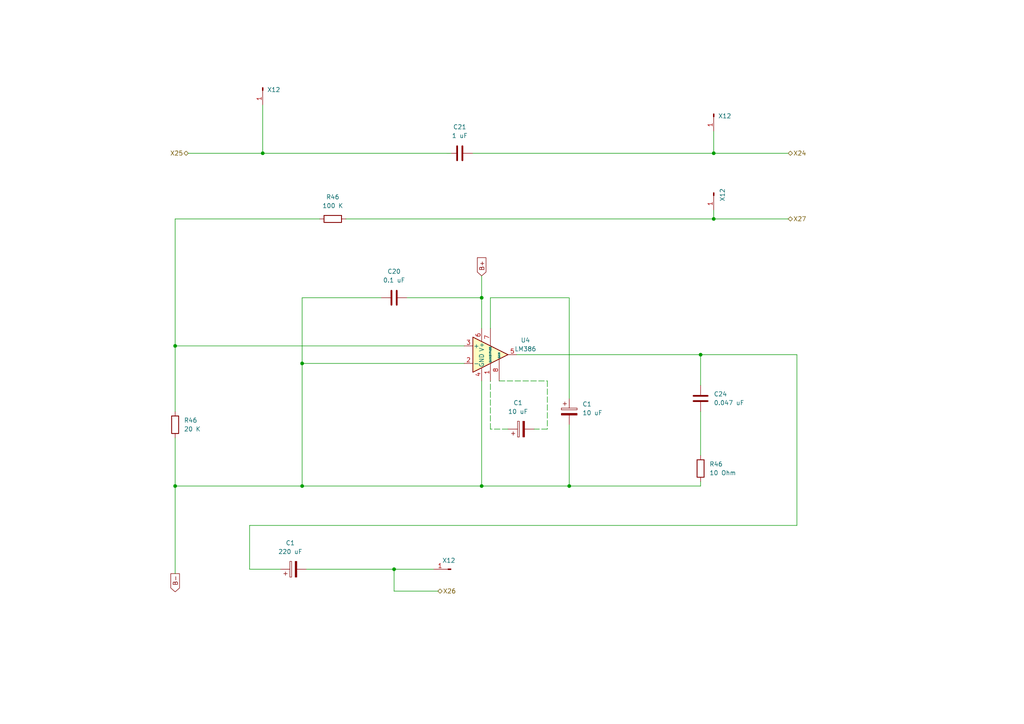
<source format=kicad_sch>
(kicad_sch (version 20230121) (generator eeschema)
  (paper "A4")
  (title_block (title "Audio Amplifier") (rev "0.5") (company "http://musicfromouterspace.com/analogsynth_new/NOISETOASTER/NOISETOASTER.php") (comment 1 "Licence: CC-BY-NC-SA") (comment 2 "Original Design by Ray Wilson") (comment 3 "Music From Outer Space LLC"))
  (lib_symbols
    (symbol "Amplifier_Audio:LM386" (pin_names (offset 0.127))
      (property "Reference" "U" (at 1.27 7.62 0))
      (property "Value" "LM386" (at 1.27 5.08 0))
      (symbol "LM386_0_1"
        (polyline (pts (xy 5.08 0) (xy -5.08 5.08) (xy -5.08 -5.08) (xy 5.08 0)) (stroke (width 0.254)) (fill (type background)))
      )
      (symbol "LM386_1_1"
        (pin input line (at 0 -7.62 90) (length 5.08) (name "GAIN") (number "1"))
        (pin input line (at -7.62 -2.54 0) (length 2.54) (name "-") (number "2"))
        (pin input line (at -7.62 2.54 0) (length 2.54) (name "+") (number "3"))
        (pin power_in line (at -2.54 -7.62 90) (length 3.81) (name "GND") (number "4"))
        (pin output line (at 7.62 0 180) (length 2.54) (name "~") (number "5"))
        (pin power_in line (at -2.54 7.62 270) (length 3.81) (name "V+") (number "6"))
        (pin input line (at 0 7.62 270) (length 5.08) (name "BYPASS") (number "7"))
        (pin input line (at 2.54 -7.62 90) (length 6.35) (name "GAIN") (number "8"))
      )
    )
    (symbol "Connector:Conn_01x01_Pin" (pin_names (offset 1.016) hide)
      (property "Reference" "J" (at 0 2.54 0))
      (property "Value" "Conn_01x01_Pin" (at 0 -2.54 0))
      (symbol "Conn_01x01_Pin_1_1"
        (polyline (pts (xy 1.27 0) (xy 0.8636 0)) (stroke (width 0.1524)))
        (rectangle (start 0.8636 0.127) (end 0 -0.127) (stroke (width 0.1524)) (fill (type outline)))
        (pin passive line (at 5.08 0 180) (length 3.81) (name "Pin_1") (number "1"))
      )
    )
    (symbol "Device:C" (pin_numbers hide) (pin_names (offset 0.254))
      (property "Reference" "C" (at 0.635 2.54 0))
      (property "Value" "C" (at 0.635 -2.54 0))
      (symbol "C_0_1"
        (polyline (pts (xy -2.032 -0.762) (xy 2.032 -0.762)) (stroke (width 0.508)))
        (polyline (pts (xy -2.032 0.762) (xy 2.032 0.762)) (stroke (width 0.508)))
      )
      (symbol "C_1_1"
        (pin passive line (at 0 3.81 270) (length 2.794) (name "~") (number "1"))
        (pin passive line (at 0 -3.81 90) (length 2.794) (name "~") (number "2"))
      )
    )
    (symbol "Device:C_Polarized" (pin_numbers hide) (pin_names (offset 0.254))
      (property "Reference" "C" (at 0.635 2.54 0))
      (property "Value" "C_Polarized" (at 0.635 -2.54 0))
      (symbol "C_Polarized_0_1"
        (rectangle (start -2.286 0.508) (end 2.286 1.016))
        (polyline (pts (xy -1.778 2.286) (xy -0.762 2.286)))
        (polyline (pts (xy -1.27 2.794) (xy -1.27 1.778)))
        (rectangle (start 2.286 -0.508) (end -2.286 -1.016) (fill (type outline)))
      )
      (symbol "C_Polarized_1_1"
        (pin passive line (at 0 3.81 270) (length 2.794) (name "~") (number "1"))
        (pin passive line (at 0 -3.81 90) (length 2.794) (name "~") (number "2"))
      )
    )
    (symbol "Device:R" (pin_numbers hide) (pin_names (offset 0))
      (property "Reference" "R" (at 2.032 0 90))
      (property "Value" "R" (at 0 0 90))
      (symbol "R_0_1"
        (rectangle (start -1.016 -2.54) (end 1.016 2.54) (stroke (width 0.254)))
      )
      (symbol "R_1_1"
        (pin passive line (at 0 3.81 270) (length 1.27) (name "~") (number "1"))
        (pin passive line (at 0 -3.81 90) (length 1.27) (name "~") (number "2"))
      )
    )
  )
  (junction (at 139.7 140.97))
  (junction (at 139.7 86.36))
  (junction (at 76.2 44.45))
  (junction (at 165.1 140.97))
  (junction (at 87.63 105.41))
  (junction (at 50.8 100.33))
  (junction (at 87.63 140.97))
  (junction (at 50.8 140.97))
  (junction (at 207.01 63.5))
  (junction (at 114.3 165.1))
  (junction (at 203.2 102.87))
  (junction (at 207.01 44.45))
  (wire (pts (xy 100.33 63.5) (xy 207.01 63.5)))
  (wire (pts (xy 134.62 105.41) (xy 87.63 105.41)))
  (wire (pts (xy 88.9 165.1) (xy 114.3 165.1)))
  (wire (pts (xy 231.14 102.87) (xy 231.14 152.4)))
  (wire (pts (xy 203.2 139.7) (xy 203.2 140.97)))
  (wire (pts (xy 50.8 63.5) (xy 50.8 100.33)))
  (wire (pts (xy 137.16 44.45) (xy 207.01 44.45)))
  (wire (pts (xy 50.8 140.97) (xy 50.8 166.37)))
  (wire (pts (xy 87.63 140.97) (xy 50.8 140.97)))
  (wire (pts (xy 139.7 86.36) (xy 139.7 95.25)))
  (wire (pts (xy 50.8 63.5) (xy 92.71 63.5)))
  (wire (pts (xy 110.49 86.36) (xy 87.63 86.36)))
  (wire (pts (xy 144.78 110.49) (xy 158.75 110.49)) (stroke (width 0) (type dash)))
  (wire (pts (xy 50.8 127) (xy 50.8 140.97)))
  (wire (pts (xy 134.62 100.33) (xy 50.8 100.33)))
  (wire (pts (xy 142.24 124.46) (xy 142.24 110.49)) (stroke (width 0) (type dash)))
  (wire (pts (xy 149.86 102.87) (xy 203.2 102.87)))
  (wire (pts (xy 72.39 165.1) (xy 81.28 165.1)))
  (wire (pts (xy 142.24 86.36) (xy 142.24 95.25)))
  (wire (pts (xy 231.14 152.4) (xy 72.39 152.4)))
  (wire (pts (xy 72.39 152.4) (xy 72.39 165.1)))
  (wire (pts (xy 50.8 100.33) (xy 50.8 119.38)))
  (wire (pts (xy 203.2 102.87) (xy 203.2 111.76)))
  (wire (pts (xy 203.2 119.38) (xy 203.2 132.08)))
  (wire (pts (xy 87.63 86.36) (xy 87.63 105.41)))
  (wire (pts (xy 125.73 165.1) (xy 114.3 165.1)))
  (wire (pts (xy 139.7 80.01) (xy 139.7 86.36)))
  (wire (pts (xy 165.1 140.97) (xy 139.7 140.97)))
  (wire (pts (xy 207.01 44.45) (xy 207.01 38.1)))
  (wire (pts (xy 165.1 115.57) (xy 165.1 86.36)))
  (wire (pts (xy 76.2 30.48) (xy 76.2 44.45)))
  (wire (pts (xy 76.2 44.45) (xy 130.81 44.45)))
  (wire (pts (xy 87.63 140.97) (xy 139.7 140.97)))
  (wire (pts (xy 207.01 60.96) (xy 207.01 63.5)))
  (wire (pts (xy 158.75 110.49) (xy 158.75 124.46)) (stroke (width 0) (type dash)))
  (wire (pts (xy 158.75 124.46) (xy 154.94 124.46)) (stroke (width 0) (type dash)))
  (wire (pts (xy 114.3 171.45) (xy 127 171.45)))
  (wire (pts (xy 139.7 110.49) (xy 139.7 140.97)))
  (wire (pts (xy 114.3 171.45) (xy 114.3 165.1)))
  (wire (pts (xy 203.2 102.87) (xy 231.14 102.87)))
  (wire (pts (xy 147.32 124.46) (xy 142.24 124.46)) (stroke (width 0) (type dash)))
  (wire (pts (xy 118.11 86.36) (xy 139.7 86.36)))
  (wire (pts (xy 203.2 140.97) (xy 165.1 140.97)))
  (wire (pts (xy 165.1 123.19) (xy 165.1 140.97)))
  (wire (pts (xy 207.01 44.45) (xy 228.6 44.45)))
  (wire (pts (xy 165.1 86.36) (xy 142.24 86.36)))
  (wire (pts (xy 87.63 105.41) (xy 87.63 140.97)))
  (wire (pts (xy 207.01 63.5) (xy 228.6 63.5)))
  (wire (pts (xy 54.61 44.45) (xy 76.2 44.45)))
  (global_label "B-" (shape output) (at 50.8 166.37 270) (property "Intersheetrefs" "${INTERSHEET_REFS}" (effects hide)))
  (global_label "B+" (shape input) (at 139.7 80.01 90) (property "Intersheetrefs" "${INTERSHEET_REFS}" (effects hide)))
  (hierarchical_label "X26" (shape bidirectional) (at 127 171.45 0))
  (hierarchical_label "X27" (shape bidirectional) (at 228.6 63.5 0))
  (hierarchical_label "X24" (shape bidirectional) (at 228.6 44.45 0))
  (hierarchical_label "X25" (shape bidirectional) (at 54.61 44.45 180))
  (symbol (lib_id "Connector:Conn_01x01_Pin") (at 130.81 165.1 180) (unit 1)
    (property "Reference" "X12" (at 130.175 162.56 0))
    (property "Value" "Conn_01x01_Pin" (effects hide))
    (instances (project "Noise Toaster PCB" (path "" (reference "X12") (unit 1)) (path "" (reference "X26") (unit 1))))
  )
  (symbol (lib_id "Amplifier_Audio:LM386") (at 142.24 102.87 0) (unit 1)
    (property "Reference" "U4" (at 152.4 98.6791 0))
    (property "Value" "LM386" (at 152.4 101.2191 0))
    (property "Datasheet" "http://www.ti.com/lit/ds/symlink/lm386.pdf" (effects hide))
  )
  (symbol (lib_id "Device:R") (at 203.2 135.89 0) (unit 1)
    (property "Reference" "R46" (at 205.74 134.62 0) (effects (justify left)))
    (property "Value" "10 Ohm" (at 205.74 137.16 0) (effects (justify left)))
    (instances (project "Noise Toaster PCB" (path "" (reference "R46") (unit 1)) (path "" (reference "R69") (unit 1))))
  )
  (symbol (lib_id "Connector:Conn_01x01_Pin") (at 207.01 55.88 270) (unit 1)
    (property "Reference" "X12" (at 209.55 56.515 0))
    (property "Value" "Conn_01x01_Pin" (effects hide))
    (instances (project "Noise Toaster PCB" (path "" (reference "X12") (unit 1)) (path "" (reference "X27") (unit 1))))
  )
  (symbol (lib_id "Device:C") (at 203.2 115.57 0) (unit 1)
    (property "Reference" "C24" (at 207.01 114.3 0) (effects (justify left)))
    (property "Value" "0.047 uF" (at 207.01 116.84 0) (effects (justify left)))
  )
  (symbol (lib_id "Device:C") (at 114.3 86.36 90) (unit 1)
    (property "Reference" "C20" (at 114.3 78.74 90))
    (property "Value" "0.1 uF" (at 114.3 81.28 90))
  )
  (symbol (lib_id "Connector:Conn_01x01_Pin") (at 76.2 25.4 270) (unit 1)
    (property "Reference" "X12" (at 77.47 26.035 90) (effects (justify left)))
    (property "Value" "Conn_01x01_Pin" (effects hide))
    (instances (project "Noise Toaster PCB" (path "" (reference "X12") (unit 1)) (path "" (reference "X25") (unit 1))))
  )
  (symbol (lib_id "Device:C_Polarized") (at 165.1 119.38 0) (unit 1)
    (property "Reference" "C1" (at 168.91 117.221 0) (effects (justify left)))
    (property "Value" "10 uF" (at 168.91 119.761 0) (effects (justify left)))
    (instances (project "Noise Toaster PCB" (path "" (reference "C1") (unit 1)) (path "" (reference "C18") (unit 1)) (path "" (reference "C26") (unit 1)) (path "" (reference "C25") (unit 1))))
  )
  (symbol (lib_id "Connector:Conn_01x01_Pin") (at 207.01 33.02 270) (unit 1)
    (property "Reference" "X12" (at 208.28 33.655 90) (effects (justify left)))
    (property "Value" "Conn_01x01_Pin" (effects hide))
    (instances (project "Noise Toaster PCB" (path "" (reference "X12") (unit 1)) (path "" (reference "X24") (unit 1))))
  )
  (symbol (lib_id "Device:C_Polarized") (at 85.09 165.1 90) (unit 1)
    (property "Reference" "C1" (at 84.201 157.48 90))
    (property "Value" "220 uF" (at 84.201 160.02 90))
    (instances (project "Noise Toaster PCB" (path "" (reference "C1") (unit 1)) (path "" (reference "C18") (unit 1)) (path "" (reference "C26") (unit 1)) (path "" (reference "C22") (unit 1))))
  )
  (symbol (lib_id "Device:R") (at 50.8 123.19 0) (unit 1)
    (property "Reference" "R46" (at 53.34 121.92 0) (effects (justify left)))
    (property "Value" "20 K" (at 53.34 124.46 0) (effects (justify left)))
    (instances (project "Noise Toaster PCB" (path "" (reference "R46") (unit 1)) (path "" (reference "R68") (unit 1))))
  )
  (symbol (lib_id "Device:C_Polarized") (at 151.13 124.46 90) (unit 1)
    (property "Reference" "C1" (at 150.241 116.84 90))
    (property "Value" "10 uF" (at 150.241 119.38 90))
    (instances (project "Noise Toaster PCB" (path "" (reference "C1") (unit 1)) (path "" (reference "C18") (unit 1)) (path "" (reference "C26") (unit 1)) (path "" (reference "Optional") (unit 1))))
  )
  (symbol (lib_id "Device:R") (at 96.52 63.5 90) (unit 1)
    (property "Reference" "R46" (at 96.52 57.15 90))
    (property "Value" "100 K" (at 96.52 59.69 90))
    (instances (project "Noise Toaster PCB" (path "" (reference "R46") (unit 1)) (path "" (reference "R67") (unit 1))))
  )
  (symbol (lib_id "Device:C") (at 133.35 44.45 90) (unit 1)
    (property "Reference" "C21" (at 133.35 36.83 90))
    (property "Value" "1 uF" (at 133.35 39.37 90))
  )
)
</source>
